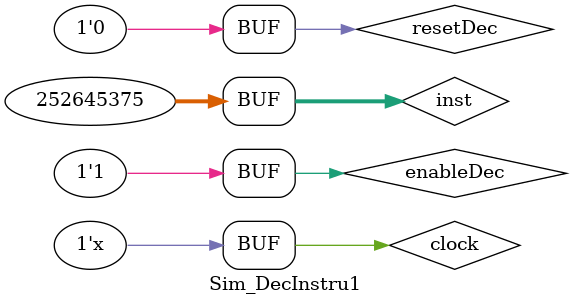
<source format=v>
`timescale 1ns / 1ps

module Sim_DecInstru1;

	// Inputs
	reg [31:0] inst;
	reg clock;
	reg resetDec;
	reg enableDec;

	// Outputs
	wire [4:0] rs1;
	wire [4:0] rs2;
	wire [4:0] rd;
	wire [31:0] imm_out;
	wire [11:0] codif;
//	wire state;

	// Instantiate the Unit Under Test (UUT)
	DecInstr1 uut (
		.inst(inst), 
		.clock(clock),
		.resetDec(resetDec),
		.enableDec(enableDec),
		.rs1(rs1), 
		.rs2(rs2), 
		.rd(rd), 
		.imm_out(imm_out), 
		.codif(codif)
//		.state(state)
	);




	initial begin
		// Initialize Inputs
	//	always
clock=0;
//#40;

//INSTRUCCIÓN AUIPC, RESET
inst = 32'b00001111000011110000111100010111;
resetDec=1;  
enableDec=0;                                                                                       
#20;
//INSTRUCCIÓN AUIPC (#1)
inst = 32'b00001111000011110000111100010111;
resetDec=0;
enableDec=1; 
#20

//INSTRUCCIÓN lui (#2)

inst = 32'b00001111000011110000111100110111;
resetDec=0; 
enableDec=1;                                                                                           
#20;


//INSTRUCCIÓN JAL (#3) funcional
inst = 32'b00001111000011110000111101101111;
resetDec=0;
enableDec=1; 
#20

//INSTRUCCIÓN JAL (#3) reset desactivado y enable desactivado
inst = 32'b00001111000011110000111101101111;
resetDec=0;
enableDec=0; 
#20
//INSTRUCCIÓN JAL (#3) reset activado y enable activado
inst = 32'b00001111000011110000111101101111;
resetDec=1;
enableDec=1; 
#20
//INSTRUCCIÓN JAL (#3) reset desactivado y enable desactivado
inst = 32'b00001111000011110000111101101111;
resetDec=0;
enableDec=0; 
#20

//Instrucción BEQ (#4)
inst = {7'b1010101,5'b00011,5'b00110,3'b000,5'b11011,7'b1100011};
resetDec=0;
enableDec=1; 
#20
//Instrucción BNE (#5)
inst = {7'b1010101,5'b00011,5'b00110,3'b001,5'b11011,7'b1100011};
resetDec=0;
enableDec=1; 
#20

//Instrucción BLT (#6)
inst = {7'b1010101,5'b00011,5'b00110,3'b100,5'b11011,7'b1100011};
resetDec=0;
enableDec=1; 
#20
//Instrucción BGE (#7)
inst = {7'b1010101,5'b00011,5'b00110,3'b101,5'b11011,7'b1100011};
resetDec=0;
enableDec=1; 
#20
//Instrucción BLTU (#8)
inst = {7'b1010101,5'b00011,5'b00110,3'b110,5'b11011,7'b1100011};
resetDec=0;
enableDec=1; 
#20
//Instrucción BGEU (#9)
inst = {7'b1010101,5'b00011,5'b00110,3'b111,5'b11011,7'b1100011};
resetDec=0;
enableDec=1; 
#20
//Instrucción SB (#10)
inst = {7'b1010101,5'b00011,5'b00110,3'b000,5'b11011,7'b0100011};
resetDec=0;
enableDec=1; 
#20
//Instrucción SH (#11)
inst = {7'b1010101,5'b00011,5'b00110,3'b001,5'b11011,7'b0100011};
resetDec=0;
enableDec=1; 
#20
//Instrucción SW (#12)
inst = {7'b1010101,5'b00011,5'b00110,3'b010,5'b11011,7'b0100011};
resetDec=0;
enableDec=1; 
#20

//Instrucción LB (#13)
inst = {7'b1010101,5'b00011,5'b00110,3'b000,5'b11011,7'b0000011};
resetDec=0;
enableDec=1; 
#20
//Instrucción LH (#14)
inst = {7'b1010101,5'b00011,5'b00110,3'b001,5'b11011,7'b0000011};
resetDec=0;
enableDec=1; 
#20
//Instrucción LW (#15)
inst = {7'b1010101,5'b00011,5'b00110,3'b010,5'b11011,7'b0000011};
resetDec=0;
enableDec=1; 
#20
//Instrucción LBU (#16)
inst = {7'b1010101,5'b00011,5'b00110,3'b100,5'b11011,7'b0000011};
resetDec=0;
enableDec=1; 
#20
//Instrucción LHU (#17)
inst = {7'b1010101,5'b00011,5'b00110,3'b101,5'b11011,7'b0000011};
resetDec=0;
enableDec=1; 
#20

//Instrucción ADDI (#18)
inst = {7'b1010101,5'b00011,5'b00110,3'b000,5'b11011,7'b0010011};
resetDec=0;
enableDec=1; 
#20
//Instrucción SLTI (#19)
inst = {7'b1010101,5'b00011,5'b00110,3'b010,5'b11011,7'b0010011};
resetDec=0;
enableDec=1; 
#20
//Instrucción sltiu (#20)
inst = {7'b1010101,5'b00011,5'b00110,3'b011,5'b11011,7'b0010011};
resetDec=0;
enableDec=1; 
#20
//Instrucción XORI (#21)
inst = {7'b1010101,5'b00011,5'b00110,3'b100,5'b11011,7'b0010011};
resetDec=0;
enableDec=1; 
#20
//Instrucción ORI (#22)
inst = {7'b1010101,5'b00011,5'b00110,3'b110,5'b11011,7'b0010011};
resetDec=0;
enableDec=1; 
#20
//Instrucción ANDI (#23)
inst = {7'b1010101,5'b00011,5'b00110,3'b111,5'b11011,7'b0010011};
resetDec=0;
enableDec=1; 
#20
//Instrucción SLLI (#24)
inst = {7'b0000000,5'b00011,5'b00110,3'b001,5'b11011,7'b0010011};
resetDec=0;
enableDec=1; 
#20
//Instrucción SRLI (#25)
inst = {7'b0000000,5'b00011,5'b00110,3'b101,5'b11011,7'b0010011};
resetDec=0;
enableDec=1; 
#20
//Instrucción SRAI (#26)
inst = {7'b0100000,5'b00011,5'b00110,3'b101,5'b11011,7'b0010011};
resetDec=0;
enableDec=1; 
#20
//Instrucción JALR (#27)
inst = {17'b010000000011,5'b00100,3'b000,5'b11011,7'b1100111};
resetDec=0;
enableDec=1; 
#20


//INSTRUCCIÓN add (#28)
inst = {2'b00,{5{1'b0}},5'b11001,5'b11001,3'b000, 5'b11001,7'b0110011};
resetDec=0;
enableDec=1; 
#20

//INSTRUCCIÓN sub (#29)
inst = {2'b01,{5{1'b0}},5'b11001,5'b11001,3'b000, 5'b11001,7'b0110011};
resetDec=0;
enableDec=1; 
#20

//INSTRUCCIÓN sll (#30)
inst = {2'b00,{5{1'b0}},5'b11001,5'b11001,3'b001, 5'b11001,7'b0110011};
resetDec=0;
enableDec=1; 
#20
//INSTRUCCIÓN slt (#31)
inst = {2'b00,{5{1'b0}},5'b11001,5'b11001,3'b010, 5'b11001,7'b0110011};
resetDec=0;
enableDec=1; 
#20
//INSTRUCCIÓN sltu (#32)
inst = {2'b00,{5{1'b0}},5'b11001,5'b11001,3'b011, 5'b11001,7'b0110011};
resetDec=0;
enableDec=1; 
#20
//INSTRUCCIÓN xor (#33)
inst = {2'b00,{5{1'b0}},5'b11001,5'b11001,3'b100, 5'b11001,7'b0110011};
resetDec=0;
enableDec=1; 
#20
//INSTRUCCIÓN srl (#34)
inst = {2'b00,{5{1'b0}},5'b11001,5'b11001,3'b101, 5'b11001,7'b0110011};
resetDec=0;
enableDec=1; 
#20
//INSTRUCCIÓN sra (#35)
inst = {2'b01,{5{1'b0}},5'b11001,5'b11001,3'b101, 5'b11001,7'b0110011};
resetDec=0;
enableDec=1; 
#20
//INSTRUCCIÓN or (#36)
inst = {2'b00,{5{1'b0}},5'b11001,5'b11001,3'b110, 5'b11001,7'b0110011};
resetDec=0;
enableDec=1; 
#20

//INSTRUCCIÓN and (#37)
inst = {2'b00,{5{1'b0}},5'b11001,5'b11001,3'b111, 5'b11001,7'b0110011};
resetDec=0;
enableDec=1; 
#20

//IRQ
//INSTRUCCIÓN SBREAK (#38)
inst = {{11{1'b0}},1'b1,{13{1'b0}},7'b0011000};
resetDec=0;
enableDec=1; 
#20

//INSTRUCCIÓN ADDRMS (#39) rs1=00100
inst = {{12{1'b0}},5'b00100,3'b001,5'b00000,7'b0011000};
resetDec=0;
enableDec=1; 
#20
//INSTRUCCIÓN ADDRME (#40) 
inst = {{17{1'b0}},3'b010,5'b00100,7'b0011000};
resetDec=0;
enableDec=1; 
#20
//INSTRUCCIÓN TISIRR (#41) rs1=00100
inst = {{7{1'b0}},5'b00100,5'b00100,3'b011,5'b00000,7'b0011000};
resetDec=0;
enableDec=1; 
#20
//INSTRUCCIÓN IRRSTATE (#42) 
inst = {{17{1'b0}},3'b100,5'b00100,7'b0011000};
resetDec=0;
enableDec=1; 
#20
//INSTRUCCIÓN clraddrm (#43) 
inst = {{17{1'b0}},3'b101,5'b00000,7'b0011000};
resetDec=0;
enableDec=1; 
#20

//INSTRUCCIÓN CLRIRQ (#44)
inst = {12'b101010101010,5'b00100,3'b110, 5'b00000,7'b0011000};
resetDec=0;
enableDec=1; 
#20
//INSTRUCCIÓN RETIRQ (#45) 
inst = {{17{1'b0}},3'b111,5'b00000,7'b0011000};
resetDec=0;
enableDec=1; 
#20

//MULTIPLICADOR
//INSTRUCCIÓN MUL (#46)
inst = {{6{1'b0}},1'b1,5'b00011,5'b00110,3'b000,5'b11001,7'b0110011};
resetDec=0;
enableDec=1; 
#20
//INSTRUCCIÓN MULH (#47)
inst = {{6{1'b0}},1'b1,5'b00011,5'b00110,3'b001,5'b11001,7'b0110011};
resetDec=0;
enableDec=1; 
#20
//INSTRUCCIÓN MULHSU (#48)
inst = {{6{1'b0}},1'b1,5'b00011,5'b00110,3'b010,5'b11001,7'b0110011};
resetDec=0;
enableDec=1; 
#20
//INSTRUCCIÓN MULHU (#49)
inst = {{6{1'b0}},1'b1,5'b00011,5'b00110,3'b011,5'b11001,7'b0110011};
resetDec=0;
enableDec=1; 
#20


//INSTRUCCIONES INVÁLIDAS
//Instrucción tipo sb inválida 5,6
inst = {7'b1010101,5'b00011,5'b00110,3'b010,5'b11011,7'b1100011};
resetDec=0;
enableDec=1; 
#20
//Instrucción tipo sb inválida
inst = {7'b1010101,5'b00011,5'b00110,3'b011,5'b11011,7'b1100011};
resetDec=0;
enableDec=1; 
#20
//Instrucción Inválida tipo s
inst = {7'b1010101,5'b00011,5'b00110,3'b100,5'b11011,7'b0100011};
resetDec=0;
enableDec=1; 
#20
//Instrucción TIPO i inválida 17
inst = {7'b1010101,5'b00011,5'b00110,3'b111,5'b11011,7'b0000011};
resetDec=0;
enableDec=1; 
#20

//INSTRUCCIÓN 24-26 (INVÁLIDA)
inst = 32'b00001111000011110001111100010011;
resetDec=0;
enableDec=1; 
#20

//INSTRUCCIÓN 28-37 (NO CUMPLE)
inst = 32'b00001111000011110000111100110011;
resetDec=0;
enableDec=1; 
#20


//UNA INSTRUCCIÓN Parecida IRQ (Inválida)
inst = 32'b00001111000011110000111100011000;
resetDec=0;
enableDec=1; 
#20


//UNA INSTRUCCIÓN DEL MULTIPLIPLICADOR (Inválida)
inst = 32'b00000011010101010110001100110011;
resetDec=0;
enableDec=1; 
#20


//UNA INSTRUCCIÓN DEL MULTIPLIPLICADOR (Inválida)
inst = 32'b00001111000011110000111100110011;
resetDec=0;
enableDec=1; 
#20
//INSTRUCCIÓN DIFERENTE A LAS CODIFICADAS (opcode distinto)
inst = 32'b10001111000011110000111100110011;
resetDec=0;
enableDec=1; 
#20



//INSTRUCCIÓN DIFERENTE A LAS CODIFICADAS2 (opcode distinto)
inst = 32'b00001111000011110000111111111111;
resetDec=0;
enableDec=1; 
		
		// Wait 100 ns for global reset to finish
	//	#100;
        
		// Add stimulus here
end

always #5 clock=~clock;   
endmodule

</source>
